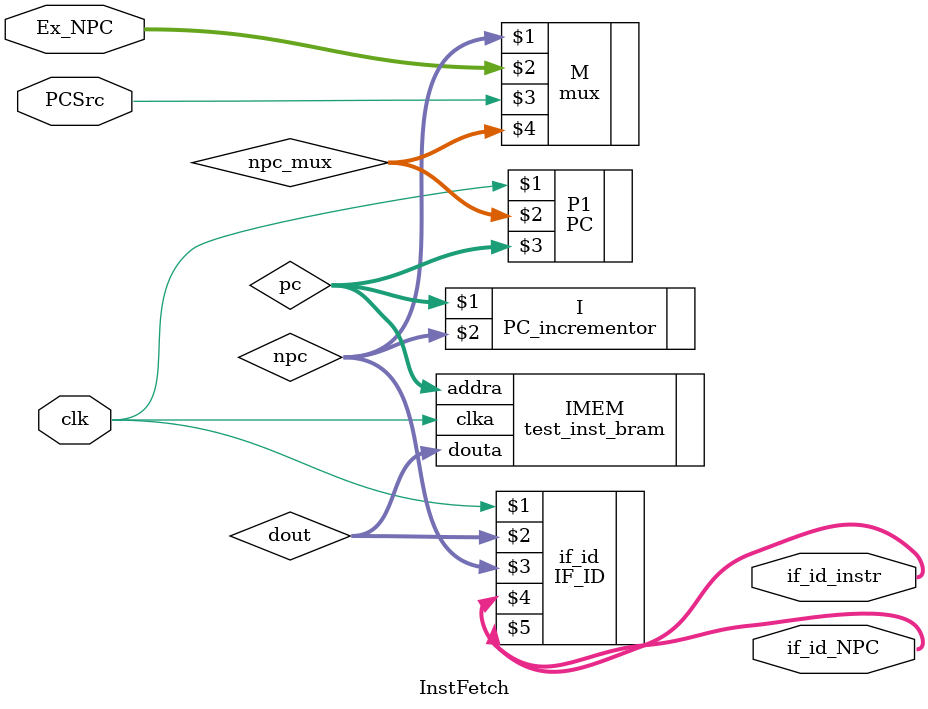
<source format=v>
`timescale 1ns / 1ps

module InstFetch(
	 input PCSrc,
	 input clk,
	 input [9:0] Ex_NPC,
	 output [31:0] if_id_instr,
	 output [9:0] if_id_NPC
    );

wire [9:0] npc,pc,npc_mux;
wire [31:0] dout;

mux M(npc,Ex_NPC,PCSrc,npc_mux);

PC P1(clk,npc_mux,pc);

test_inst_bram IMEM(
  .clka(clk), 
  .addra(pc), 
  .douta(dout));
  
IF_ID if_id(clk,dout,npc,if_id_instr,if_id_NPC);
PC_incrementor I(pc,npc);

endmodule


</source>
